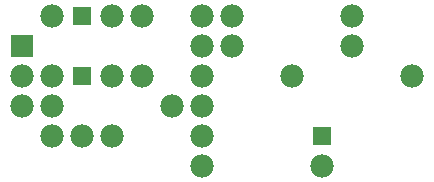
<source format=gts>
G75*
%MOIN*%
%OFA0B0*%
%FSLAX25Y25*%
%IPPOS*%
%LPD*%
%AMOC8*
5,1,8,0,0,1.08239X$1,22.5*
%
%ADD10C,0.07800*%
%ADD11R,0.06343X0.06343*%
%ADD12R,0.07800X0.07800*%
D10*
X0031250Y0021250D03*
X0041250Y0021250D03*
X0051250Y0021250D03*
X0031250Y0031250D03*
X0021250Y0031250D03*
X0021250Y0041250D03*
X0031250Y0041250D03*
X0051250Y0041250D03*
X0061250Y0041250D03*
X0071250Y0031250D03*
X0081250Y0031250D03*
X0081250Y0041250D03*
X0081250Y0051250D03*
X0091250Y0051250D03*
X0091250Y0061250D03*
X0081250Y0061250D03*
X0061250Y0061250D03*
X0051250Y0061250D03*
X0031250Y0061250D03*
X0111250Y0041250D03*
X0131250Y0051250D03*
X0131250Y0061250D03*
X0151250Y0041250D03*
X0121250Y0011250D03*
X0081250Y0011250D03*
X0081250Y0021250D03*
D11*
X0121250Y0021250D03*
X0041250Y0041250D03*
X0041250Y0061250D03*
D12*
X0021250Y0051250D03*
M02*

</source>
